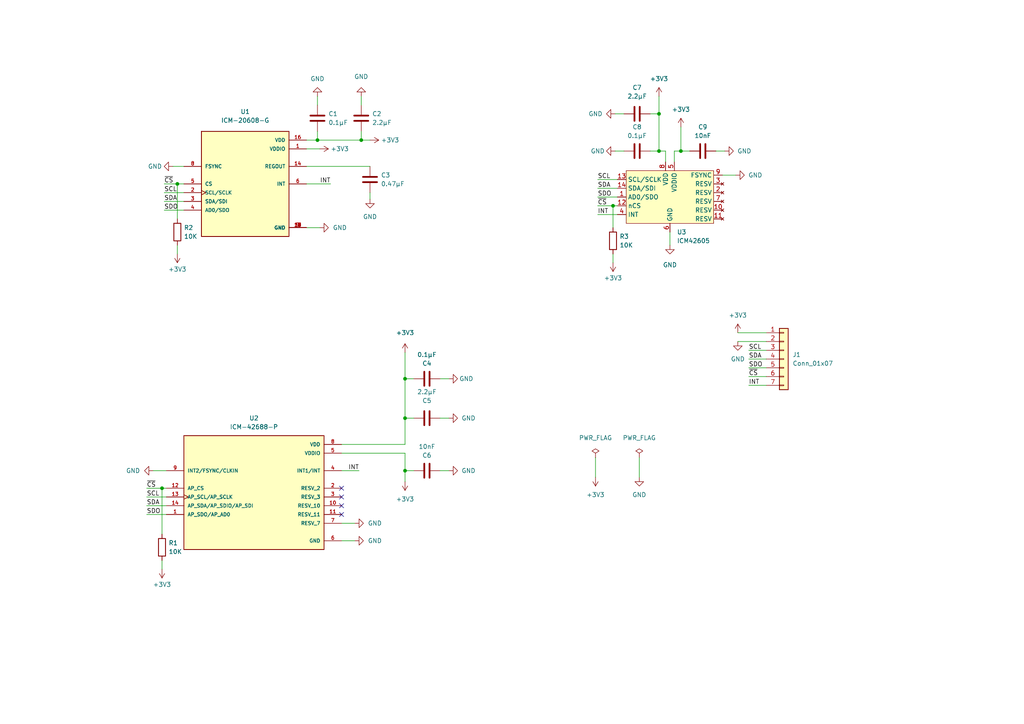
<source format=kicad_sch>
(kicad_sch (version 20211123) (generator eeschema)
  (paper "A4")
  (lib_symbols
    (symbol "Connector_Generic:Conn_01x07" (pin_names (offset 1.016) hide)
      (property "Reference" "J" (at 0 10.16 0))
      (property "Value" "Conn_01x07" (at 0 -10.16 0))
      (symbol "Conn_01x07_1_1"
        (rectangle (start -1.27 -7.493) (end 0 -7.747) (stroke (width 0.1524)))
        (rectangle (start -1.27 -4.953) (end 0 -5.207) (stroke (width 0.1524)))
        (rectangle (start -1.27 -2.413) (end 0 -2.667) (stroke (width 0.1524)))
        (rectangle (start -1.27 0.127) (end 0 -0.127) (stroke (width 0.1524)))
        (rectangle (start -1.27 2.667) (end 0 2.413) (stroke (width 0.1524)))
        (rectangle (start -1.27 5.207) (end 0 4.953) (stroke (width 0.1524)))
        (rectangle (start -1.27 7.747) (end 0 7.493) (stroke (width 0.1524)))
        (rectangle (start -1.27 8.89) (end 1.27 -8.89) (stroke (width 0.254)) (fill (type background)))
        (pin passive line (at -5.08 7.62 0) (length 3.81) (name "Pin_1") (number "1"))
        (pin passive line (at -5.08 5.08 0) (length 3.81) (name "Pin_2") (number "2"))
        (pin passive line (at -5.08 2.54 0) (length 3.81) (name "Pin_3") (number "3"))
        (pin passive line (at -5.08 0 0) (length 3.81) (name "Pin_4") (number "4"))
        (pin passive line (at -5.08 -2.54 0) (length 3.81) (name "Pin_5") (number "5"))
        (pin passive line (at -5.08 -5.08 0) (length 3.81) (name "Pin_6") (number "6"))
        (pin passive line (at -5.08 -7.62 0) (length 3.81) (name "Pin_7") (number "7"))
      )
    )
    (symbol "Device:C" (pin_numbers hide) (pin_names (offset 0.254))
      (property "Reference" "C" (at 0.635 2.54 0))
      (property "Value" "C" (at 0.635 -2.54 0))
      (symbol "C_0_1"
        (polyline (pts (xy -2.032 -0.762) (xy 2.032 -0.762)) (stroke (width 0.508)))
        (polyline (pts (xy -2.032 0.762) (xy 2.032 0.762)) (stroke (width 0.508)))
      )
      (symbol "C_1_1"
        (pin passive line (at 0 3.81 270) (length 2.794) (name "~") (number "1"))
        (pin passive line (at 0 -3.81 90) (length 2.794) (name "~") (number "2"))
      )
    )
    (symbol "Device:R" (pin_numbers hide) (pin_names (offset 0))
      (property "Reference" "R" (at 2.032 0 90))
      (property "Value" "R" (at 0 0 90))
      (symbol "R_0_1"
        (rectangle (start -1.016 -2.54) (end 1.016 2.54) (stroke (width 0.254)))
      )
      (symbol "R_1_1"
        (pin passive line (at 0 3.81 270) (length 1.27) (name "~") (number "1"))
        (pin passive line (at 0 -3.81 90) (length 1.27) (name "~") (number "2"))
      )
    )
    (symbol "ICM-20608-G:ICM-20608-G" (pin_names (offset 1.016))
      (property "Reference" "U" (at -12.7 16.002 0))
      (property "Value" "ICM-20608-G" (at -12.7 -17.78 0))
      (symbol "ICM-20608-G_0_0"
        (rectangle (start -12.7 -15.24) (end 12.7 15.24) (stroke (width 0.254)) (fill (type background)))
        (pin power_in line (at 17.78 10.16 180) (length 5.08) (name "VDDIO") (number "1"))
        (pin power_in line (at 17.78 -12.7 180) (length 5.08) (name "GND") (number "10"))
        (pin power_in line (at 17.78 -12.7 180) (length 5.08) (name "GND") (number "11"))
        (pin power_in line (at 17.78 -12.7 180) (length 5.08) (name "GND") (number "12"))
        (pin power_in line (at 17.78 -12.7 180) (length 5.08) (name "GND") (number "13"))
        (pin output line (at 17.78 5.08 180) (length 5.08) (name "REGOUT") (number "14"))
        (pin power_in line (at 17.78 -12.7 180) (length 5.08) (name "GND") (number "15"))
        (pin power_in line (at 17.78 12.7 180) (length 5.08) (name "VDD") (number "16"))
        (pin input clock (at -17.78 -2.54 0) (length 5.08) (name "SCL/SCLK") (number "2"))
        (pin bidirectional line (at -17.78 -5.08 0) (length 5.08) (name "SDA/SDI") (number "3"))
        (pin bidirectional line (at -17.78 -7.62 0) (length 5.08) (name "AD0/SDO") (number "4"))
        (pin input line (at -17.78 0 0) (length 5.08) (name "CS") (number "5"))
        (pin output line (at 17.78 0 180) (length 5.08) (name "INT") (number "6"))
        (pin input line (at -17.78 5.08 0) (length 5.08) (name "FSYNC") (number "8"))
        (pin power_in line (at 17.78 -12.7 180) (length 5.08) (name "GND") (number "9"))
      )
    )
    (symbol "ICM-42605:ICM42605"
      (property "Reference" "U" (at -7.62 8.89 0))
      (property "Value" "ICM42605" (at 7.62 8.89 0))
      (symbol "ICM42605_0_1"
        (rectangle (start -12.7 7.62) (end 12.7 -7.62) (stroke (width 0.1524)) (fill (type background)))
      )
      (symbol "ICM42605_1_1"
        (pin bidirectional line (at -15.24 0 0) (length 2.54) (name "AD0/SDO") (number "1"))
        (pin no_connect line (at 15.24 -3.81 180) (length 2.54) (name "RESV") (number "10"))
        (pin no_connect line (at 15.24 -6.35 180) (length 2.54) (name "RESV") (number "11"))
        (pin input line (at -15.24 -2.54 0) (length 2.54) (name "nCS") (number "12"))
        (pin input line (at -15.24 5.08 0) (length 2.54) (name "SCL/SCLK") (number "13"))
        (pin bidirectional line (at -15.24 2.54 0) (length 2.54) (name "SDA/SDI") (number "14"))
        (pin no_connect line (at 15.24 1.27 180) (length 2.54) (name "RESV") (number "2"))
        (pin no_connect line (at 15.24 3.81 180) (length 2.54) (name "RESV") (number "3"))
        (pin output line (at -15.24 -5.08 0) (length 2.54) (name "INT") (number "4"))
        (pin power_in line (at 1.27 10.16 270) (length 2.54) (name "VDDIO") (number "5"))
        (pin power_in line (at 0 -10.16 90) (length 2.54) (name "GND") (number "6"))
        (pin no_connect line (at 15.24 -1.27 180) (length 2.54) (name "RESV") (number "7"))
        (pin power_in line (at -1.27 10.16 270) (length 2.54) (name "VDD") (number "8"))
        (pin passive line (at 15.24 6.35 180) (length 2.54) (name "FSYNC") (number "9"))
      )
    )
    (symbol "ICM-42688-P:ICM-42688-P" (pin_names (offset 1.016))
      (property "Reference" "U" (at -20.32 16.002 0))
      (property "Value" "ICM-42688-P" (at -20.32 -20.32 0))
      (symbol "ICM-42688-P_0_0"
        (rectangle (start -20.32 -17.78) (end 20.32 15.24) (stroke (width 0.254)) (fill (type background)))
        (pin bidirectional line (at -25.4 -7.62 0) (length 5.08) (name "AP_SDO/AP_AD0") (number "1"))
        (pin passive line (at 25.4 -5.08 180) (length 5.08) (name "RESV_10") (number "10"))
        (pin passive line (at 25.4 -7.62 180) (length 5.08) (name "RESV_11") (number "11"))
        (pin input line (at -25.4 0 0) (length 5.08) (name "AP_CS") (number "12"))
        (pin input clock (at -25.4 -2.54 0) (length 5.08) (name "AP_SCL/AP_SCLK") (number "13"))
        (pin bidirectional line (at -25.4 -5.08 0) (length 5.08) (name "AP_SDA/AP_SDIO/AP_SDI") (number "14"))
        (pin passive line (at 25.4 0 180) (length 5.08) (name "RESV_2") (number "2"))
        (pin passive line (at 25.4 -2.54 180) (length 5.08) (name "RESV_3") (number "3"))
        (pin output line (at 25.4 5.08 180) (length 5.08) (name "INT1/INT") (number "4"))
        (pin power_in line (at 25.4 10.16 180) (length 5.08) (name "VDDIO") (number "5"))
        (pin power_in line (at 25.4 -15.24 180) (length 5.08) (name "GND") (number "6"))
        (pin passive line (at 25.4 -10.16 180) (length 5.08) (name "RESV_7") (number "7"))
        (pin power_in line (at 25.4 12.7 180) (length 5.08) (name "VDD") (number "8"))
        (pin bidirectional line (at -25.4 5.08 0) (length 5.08) (name "INT2/FSYNC/CLKIN") (number "9"))
      )
    )
    (symbol "power:+3V3" (power) (pin_names (offset 0))
      (property "Value" "+3V3" (at 0 3.556 0))
      (symbol "+3V3_0_1"
        (polyline (pts (xy -0.762 1.27) (xy 0 2.54)))
        (polyline (pts (xy 0 0) (xy 0 2.54)))
        (polyline (pts (xy 0 2.54) (xy 0.762 1.27)))
      )
      (symbol "+3V3_1_1"
        (pin power_in line (at 0 0 90) (length 0) hide (name "+3V3") (number "1"))
      )
    )
    (symbol "power:GND" (power) (pin_names (offset 0))
      (property "Value" "GND" (at 0 -3.81 0))
      (symbol "GND_0_1"
        (polyline (pts (xy 0 0) (xy 0 -1.27) (xy 1.27 -1.27) (xy 0 -2.54) (xy -1.27 -1.27) (xy 0 -1.27)))
      )
      (symbol "GND_1_1"
        (pin power_in line (at 0 0 270) (length 0) hide (name "GND") (number "1"))
      )
    )
    (symbol "power:PWR_FLAG" (power) (pin_numbers hide) (pin_names (offset 0) hide)
      (property "Value" "PWR_FLAG" (at 0 3.81 0))
      (symbol "PWR_FLAG_0_0"
        (pin power_out line (at 0 0 90) (length 0) (name "pwr") (number "1"))
      )
      (symbol "PWR_FLAG_0_1"
        (polyline (pts (xy 0 0) (xy 0 1.27) (xy -1.016 1.905) (xy 0 2.54) (xy 1.016 1.905) (xy 0 1.27)))
      )
    )
  )
  (junction (at 92.075 40.64))
  (junction (at 191.135 33.02))
  (junction (at 191.135 43.815))
  (junction (at 51.435 53.34))
  (junction (at 46.99 141.605))
  (junction (at 104.775 40.64))
  (junction (at 117.475 136.525))
  (junction (at 117.475 121.285))
  (junction (at 117.475 109.855))
  (junction (at 177.8 59.69))
  (junction (at 197.485 43.815))
  (no_connect (at 99.06 144.145))
  (no_connect (at 99.06 141.605))
  (no_connect (at 99.06 149.225))
  (no_connect (at 99.06 146.685))
  (wire (pts (xy 177.8 73.66) (xy 177.8 76.2)))
  (wire (pts (xy 209.55 50.8) (xy 213.36 50.8)))
  (wire (pts (xy 99.06 156.845) (xy 102.87 156.845)))
  (wire (pts (xy 44.45 136.525) (xy 48.26 136.525)))
  (wire (pts (xy 191.135 27.94) (xy 191.135 33.02)))
  (wire (pts (xy 47.625 58.42) (xy 53.34 58.42)))
  (wire (pts (xy 42.545 146.685) (xy 48.26 146.685)))
  (wire (pts (xy 99.06 136.525) (xy 104.14 136.525)))
  (wire (pts (xy 117.475 131.445) (xy 117.475 136.525)))
  (wire (pts (xy 130.175 109.855) (xy 127.635 109.855)))
  (wire (pts (xy 173.355 54.61) (xy 179.07 54.61)))
  (wire (pts (xy 47.625 53.34) (xy 51.435 53.34)))
  (wire (pts (xy 104.775 38.1) (xy 104.775 40.64)))
  (wire (pts (xy 172.72 132.715) (xy 172.72 138.43)))
  (wire (pts (xy 210.185 43.815) (xy 207.645 43.815)))
  (wire (pts (xy 117.475 121.285) (xy 117.475 128.905)))
  (wire (pts (xy 50.165 48.26) (xy 53.34 48.26)))
  (wire (pts (xy 120.015 109.855) (xy 117.475 109.855)))
  (wire (pts (xy 104.775 40.64) (xy 107.315 40.64)))
  (wire (pts (xy 47.625 60.96) (xy 53.34 60.96)))
  (wire (pts (xy 213.995 99.06) (xy 222.25 99.06)))
  (wire (pts (xy 42.545 149.225) (xy 48.26 149.225)))
  (wire (pts (xy 130.175 136.525) (xy 127.635 136.525)))
  (wire (pts (xy 104.775 27.94) (xy 104.775 30.48)))
  (wire (pts (xy 197.485 36.83) (xy 197.485 43.815)))
  (wire (pts (xy 88.9 53.34) (xy 95.885 53.34)))
  (wire (pts (xy 107.315 55.88) (xy 107.315 57.785)))
  (wire (pts (xy 117.475 102.235) (xy 117.475 109.855)))
  (wire (pts (xy 217.17 111.76) (xy 222.25 111.76)))
  (wire (pts (xy 47.625 55.88) (xy 53.34 55.88)))
  (wire (pts (xy 188.595 33.02) (xy 191.135 33.02)))
  (wire (pts (xy 88.9 43.18) (xy 92.71 43.18)))
  (wire (pts (xy 117.475 109.855) (xy 117.475 121.285)))
  (wire (pts (xy 51.435 71.12) (xy 51.435 73.66)))
  (wire (pts (xy 130.175 121.285) (xy 127.635 121.285)))
  (wire (pts (xy 193.04 43.815) (xy 193.04 46.99)))
  (wire (pts (xy 92.075 27.94) (xy 92.075 30.48)))
  (wire (pts (xy 177.8 59.69) (xy 177.8 66.04)))
  (wire (pts (xy 99.06 131.445) (xy 117.475 131.445)))
  (wire (pts (xy 42.545 141.605) (xy 46.99 141.605)))
  (wire (pts (xy 191.135 33.02) (xy 191.135 43.815)))
  (wire (pts (xy 51.435 63.5) (xy 51.435 53.34)))
  (wire (pts (xy 173.355 57.15) (xy 179.07 57.15)))
  (wire (pts (xy 173.355 62.23) (xy 179.07 62.23)))
  (wire (pts (xy 120.015 121.285) (xy 117.475 121.285)))
  (wire (pts (xy 188.595 43.815) (xy 191.135 43.815)))
  (wire (pts (xy 191.135 43.815) (xy 193.04 43.815)))
  (wire (pts (xy 195.58 46.99) (xy 195.58 43.815)))
  (wire (pts (xy 46.99 141.605) (xy 48.26 141.605)))
  (wire (pts (xy 173.355 59.69) (xy 177.8 59.69)))
  (wire (pts (xy 173.355 52.07) (xy 179.07 52.07)))
  (wire (pts (xy 185.42 132.715) (xy 185.42 138.43)))
  (wire (pts (xy 117.475 136.525) (xy 117.475 139.7)))
  (wire (pts (xy 195.58 43.815) (xy 197.485 43.815)))
  (wire (pts (xy 99.06 151.765) (xy 102.87 151.765)))
  (wire (pts (xy 178.435 43.815) (xy 180.975 43.815)))
  (wire (pts (xy 42.545 144.145) (xy 48.26 144.145)))
  (wire (pts (xy 197.485 43.815) (xy 200.025 43.815)))
  (wire (pts (xy 88.9 66.04) (xy 92.71 66.04)))
  (wire (pts (xy 117.475 136.525) (xy 120.015 136.525)))
  (wire (pts (xy 88.9 48.26) (xy 107.315 48.26)))
  (wire (pts (xy 51.435 53.34) (xy 53.34 53.34)))
  (wire (pts (xy 88.9 40.64) (xy 92.075 40.64)))
  (wire (pts (xy 92.075 38.1) (xy 92.075 40.64)))
  (wire (pts (xy 217.17 106.68) (xy 222.25 106.68)))
  (wire (pts (xy 217.17 101.6) (xy 222.25 101.6)))
  (wire (pts (xy 213.995 96.52) (xy 222.25 96.52)))
  (wire (pts (xy 217.17 109.22) (xy 222.25 109.22)))
  (wire (pts (xy 194.31 67.31) (xy 194.31 71.12)))
  (wire (pts (xy 92.075 40.64) (xy 104.775 40.64)))
  (wire (pts (xy 177.8 59.69) (xy 179.07 59.69)))
  (wire (pts (xy 217.17 104.14) (xy 222.25 104.14)))
  (wire (pts (xy 46.99 141.605) (xy 46.99 154.94)))
  (wire (pts (xy 46.99 162.56) (xy 46.99 165.1)))
  (wire (pts (xy 99.06 128.905) (xy 117.475 128.905)))
  (wire (pts (xy 178.435 33.02) (xy 180.975 33.02)))
  (label "INT" (at 104.14 136.525 180))
  (label "SDO" (at 217.17 106.68 0))
  (label "~{CS}" (at 173.355 59.69 0))
  (label "SDO" (at 42.545 149.225 0))
  (label "SDA" (at 42.545 146.685 0))
  (label "SCL" (at 173.355 52.07 0))
  (label "SCL" (at 217.17 101.6 0))
  (label "SDA" (at 47.625 58.42 0))
  (label "SDA" (at 173.355 54.61 0))
  (label "SCL" (at 42.545 144.145 0))
  (label "INT" (at 217.17 111.76 0))
  (label "SDA" (at 217.17 104.14 0))
  (label "INT" (at 173.355 62.23 0))
  (label "INT" (at 95.885 53.34 180))
  (label "~{CS}" (at 47.625 53.34 0))
  (label "SDO" (at 47.625 60.96 0))
  (label "SDO" (at 173.355 57.15 0))
  (label "~{CS}" (at 42.545 141.605 0))
  (label "SCL" (at 47.625 55.88 0))
  (label "~{CS}" (at 217.17 109.22 0))
  (symbol (lib_id "power:GND") (at 130.175 136.525 90) (unit 1)
    (property "Reference" "#PWR016" (effects hide))
    (property "Value" "GND" (at 135.89 136.525 90))
  )
  (symbol (lib_id "Device:R") (at 177.8 69.85 0) (unit 1)
    (property "Reference" "R3" (at 179.705 68.5799 0) (effects (justify left)))
    (property "Value" "10K" (at 179.705 71.1199 0) (effects (justify left)))
    (property "Footprint" "Resistor_SMD:R_0603_1608Metric" (effects hide))
  )
  (symbol (lib_id "power:+3V3") (at 117.475 139.7 180) (unit 1)
    (property "Reference" "#PWR013" (effects hide))
    (property "Value" "+3V3" (at 117.475 144.78 0))
  )
  (symbol (lib_id "power:PWR_FLAG") (at 185.42 132.715 0) (unit 1)
    (property "Reference" "#FLG03" (effects hide))
    (property "Value" "PWR_FLAG" (at 185.42 127 0))
  )
  (symbol (lib_id "power:+3V3") (at 213.995 96.52 0) (unit 1)
    (property "Reference" "#PWR027" (effects hide))
    (property "Value" "+3V3" (at 213.995 91.44 0))
  )
  (symbol (lib_id "Device:R") (at 51.435 67.31 0) (unit 1)
    (property "Reference" "R2" (at 53.34 66.0399 0) (effects (justify left)))
    (property "Value" "10K" (at 53.34 68.5799 0) (effects (justify left)))
    (property "Footprint" "Resistor_SMD:R_0603_1608Metric" (effects hide))
  )
  (symbol (lib_id "power:+3V3") (at 117.475 102.235 0) (unit 1)
    (property "Reference" "#PWR012" (effects hide))
    (property "Value" "+3V3" (at 117.475 96.52 0))
  )
  (symbol (lib_id "power:GND") (at 92.075 27.94 180) (unit 1)
    (property "Reference" "#PWR05" (effects hide))
    (property "Value" "GND" (at 92.075 22.86 0))
  )
  (symbol (lib_id "power:+3V3") (at 197.485 36.83 0) (unit 1)
    (property "Reference" "#PWR024" (effects hide))
    (property "Value" "+3V3" (at 197.485 31.75 0))
  )
  (symbol (lib_id "power:+3V3") (at 172.72 138.43 180) (unit 1)
    (property "Reference" "#PWR017" (effects hide))
    (property "Value" "+3V3" (at 172.72 143.51 0))
  )
  (symbol (lib_id "Device:C") (at 104.775 34.29 0) (unit 1)
    (property "Reference" "C2" (at 107.95 33.0199 0) (effects (justify left)))
    (property "Value" "2.2µF" (at 107.95 35.5599 0) (effects (justify left)))
    (property "Footprint" "Capacitor_SMD:C_0603_1608Metric" (effects hide))
  )
  (symbol (lib_id "power:+3V3") (at 92.71 43.18 270) (unit 1)
    (property "Reference" "#PWR06" (effects hide))
    (property "Value" "+3V3" (at 95.885 43.1799 90) (effects (justify left)))
  )
  (symbol (lib_id "power:GND") (at 213.995 99.06 0) (unit 1)
    (property "Reference" "#PWR028" (effects hide))
    (property "Value" "GND" (at 213.995 104.14 0))
  )
  (symbol (lib_id "power:+3V3") (at 51.435 73.66 180) (unit 1)
    (property "Reference" "#PWR04" (effects hide))
    (property "Value" "+3V3" (at 51.435 78.105 0))
  )
  (symbol (lib_id "power:GND") (at 92.71 66.04 90) (unit 1)
    (property "Reference" "#PWR0101" (effects hide))
    (property "Value" "GND" (at 96.52 66.0399 90) (effects (justify right)))
  )
  (symbol (lib_id "power:PWR_FLAG") (at 172.72 132.715 0) (unit 1)
    (property "Reference" "#FLG01" (effects hide))
    (property "Value" "PWR_FLAG" (at 172.72 127 0))
  )
  (symbol (lib_id "power:GND") (at 102.87 156.845 90) (unit 1)
    (property "Reference" "#PWR08" (effects hide))
    (property "Value" "GND" (at 106.68 156.8449 90) (effects (justify right)))
  )
  (symbol (lib_id "power:+3V3") (at 107.315 40.64 270) (unit 1)
    (property "Reference" "#PWR010" (effects hide))
    (property "Value" "+3V3" (at 110.49 40.6399 90) (effects (justify left)))
  )
  (symbol (lib_id "Connector_Generic:Conn_01x07") (at 227.33 104.14 0) (unit 1)
    (property "Reference" "J1" (at 229.87 102.8699 0) (effects (justify left)))
    (property "Value" "Conn_01x07" (at 229.87 105.4099 0) (effects (justify left)))
    (property "Footprint" "Connector_PinHeader_2.54mm:PinHeader_1x07_P2.54mm_Vertical" (effects hide))
  )
  (symbol (lib_id "power:GND") (at 50.165 48.26 270) (unit 1)
    (property "Reference" "#PWR03" (effects hide))
    (property "Value" "GND" (at 46.99 48.2599 90) (effects (justify right)))
  )
  (symbol (lib_id "Device:C") (at 123.825 121.285 270) (unit 1)
    (property "Reference" "C5" (at 123.825 116.205 90))
    (property "Value" "2.2µF" (at 123.825 113.665 90))
    (property "Footprint" "Capacitor_SMD:C_0603_1608Metric" (effects hide))
  )
  (symbol (lib_id "Device:C") (at 184.785 43.815 270) (unit 1)
    (property "Reference" "C8" (at 184.785 36.83 90))
    (property "Value" "0.1µF" (at 184.785 39.37 90))
    (property "Footprint" "Capacitor_SMD:C_0603_1608Metric" (effects hide))
  )
  (symbol (lib_id "Device:C") (at 123.825 136.525 90) (unit 1)
    (property "Reference" "C6" (at 123.825 132.08 90))
    (property "Value" "10nF" (at 123.825 129.54 90))
    (property "Footprint" "Capacitor_SMD:C_0603_1608Metric" (effects hide))
  )
  (symbol (lib_id "power:GND") (at 210.185 43.815 90) (unit 1)
    (property "Reference" "#PWR025" (effects hide))
    (property "Value" "GND" (at 215.9 43.815 90))
  )
  (symbol (lib_id "power:GND") (at 213.36 50.8 90) (unit 1)
    (property "Reference" "#PWR026" (effects hide))
    (property "Value" "GND" (at 219.075 50.8 90))
  )
  (symbol (lib_id "power:GND") (at 130.175 109.855 90) (unit 1)
    (property "Reference" "#PWR014" (effects hide))
    (property "Value" "GND" (at 135.255 109.855 90))
  )
  (symbol (lib_id "ICM-20608-G:ICM-20608-G") (at 71.12 53.34 0) (unit 1)
    (property "Reference" "U1" (at 71.12 32.385 0))
    (property "Value" "ICM-20608-G" (at 71.12 34.925 0))
    (property "Footprint" "icm20608:PQFN50P300X300X80-16N" (effects hide))
    (property "MANUFACTURER" "TDK" (effects hide))
    (property "STANDARD" "IPC-7351B" (effects hide))
    (property "PARTREV" "1.0" (effects hide))
  )
  (symbol (lib_id "Device:R") (at 46.99 158.75 0) (unit 1)
    (property "Reference" "R1" (at 48.895 157.4799 0) (effects (justify left)))
    (property "Value" "10K" (at 48.895 160.0199 0) (effects (justify left)))
    (property "Footprint" "Resistor_SMD:R_0603_1608Metric" (effects hide))
  )
  (symbol (lib_id "power:GND") (at 102.87 151.765 90) (unit 1)
    (property "Reference" "#PWR07" (effects hide))
    (property "Value" "GND" (at 106.68 151.7649 90) (effects (justify right)))
  )
  (symbol (lib_id "Device:C") (at 123.825 109.855 270) (unit 1)
    (property "Reference" "C4" (at 123.825 105.41 90))
    (property "Value" "0.1µF" (at 123.825 102.87 90))
    (property "Footprint" "Capacitor_SMD:C_0603_1608Metric" (effects hide))
  )
  (symbol (lib_id "power:GND") (at 107.315 57.785 0) (unit 1)
    (property "Reference" "#PWR011" (effects hide))
    (property "Value" "GND" (at 107.315 62.865 0))
  )
  (symbol (lib_id "ICM-42688-P:ICM-42688-P") (at 73.66 141.605 0) (unit 1)
    (property "Reference" "U2" (at 73.66 121.285 0))
    (property "Value" "ICM-42688-P" (at 73.66 123.825 0))
    (property "Footprint" "icm42688p:PQFN50P300X250X97-14N" (effects hide))
    (property "STANDARD" "IPC-7351B" (effects hide))
    (property "MAXIMUM_PACKAGE_HEIGHT" "0.97mm" (effects hide))
    (property "MANUFACTURER" "TDK InvenSense" (effects hide))
    (property "PARTREV" "1.2" (effects hide))
  )
  (symbol (lib_id "power:GND") (at 194.31 71.12 0) (unit 1)
    (property "Reference" "#PWR023" (effects hide))
    (property "Value" "GND" (at 194.31 76.835 0))
  )
  (symbol (lib_id "power:GND") (at 178.435 33.02 270) (unit 1)
    (property "Reference" "#PWR019" (effects hide))
    (property "Value" "GND" (at 172.72 33.02 90))
  )
  (symbol (lib_id "Device:C") (at 107.315 52.07 180) (unit 1)
    (property "Reference" "C3" (at 110.49 50.7999 0) (effects (justify right)))
    (property "Value" "0.47µF" (at 110.49 53.3399 0) (effects (justify right)))
    (property "Footprint" "Capacitor_SMD:C_0603_1608Metric" (effects hide))
  )
  (symbol (lib_id "power:+3V3") (at 46.99 165.1 180) (unit 1)
    (property "Reference" "#PWR02" (effects hide))
    (property "Value" "+3V3" (at 46.99 169.545 0))
  )
  (symbol (lib_id "power:GND") (at 185.42 138.43 0) (unit 1)
    (property "Reference" "#PWR021" (effects hide))
    (property "Value" "GND" (at 185.42 143.51 0))
  )
  (symbol (lib_id "power:GND") (at 44.45 136.525 270) (unit 1)
    (property "Reference" "#PWR01" (effects hide))
    (property "Value" "GND" (at 40.64 136.5249 90) (effects (justify right)))
  )
  (symbol (lib_id "Device:C") (at 92.075 34.29 0) (unit 1)
    (property "Reference" "C1" (at 95.25 33.0199 0) (effects (justify left)))
    (property "Value" "0.1µF" (at 95.25 35.5599 0) (effects (justify left)))
    (property "Footprint" "Capacitor_SMD:C_0603_1608Metric" (effects hide))
  )
  (symbol (lib_id "Device:C") (at 184.785 33.02 270) (unit 1)
    (property "Reference" "C7" (at 184.785 25.4 90))
    (property "Value" "2.2µF" (at 184.785 27.94 90))
    (property "Footprint" "Capacitor_SMD:C_0603_1608Metric" (effects hide))
  )
  (symbol (lib_id "power:+3V3") (at 177.8 76.2 180) (unit 1)
    (property "Reference" "#PWR018" (effects hide))
    (property "Value" "+3V3" (at 177.8 80.645 0))
  )
  (symbol (lib_id "power:+3V3") (at 191.135 27.94 0) (unit 1)
    (property "Reference" "#PWR022" (effects hide))
    (property "Value" "+3V3" (at 191.135 22.86 0))
  )
  (symbol (lib_id "ICM-42605:ICM42605") (at 194.31 57.15 0) (unit 1)
    (property "Reference" "U3" (at 196.3294 67.31 0) (effects (justify left)))
    (property "Value" "ICM42605" (at 196.3294 69.85 0) (effects (justify left)))
    (property "Footprint" "Package_LGA:LGA-14_3x2.5mm_P0.5mm_LayoutBorder3x4y" (effects hide))
  )
  (symbol (lib_id "power:GND") (at 130.175 121.285 90) (unit 1)
    (property "Reference" "#PWR015" (effects hide))
    (property "Value" "GND" (at 135.89 121.285 90))
  )
  (symbol (lib_id "power:GND") (at 178.435 43.815 270) (unit 1)
    (property "Reference" "#PWR020" (effects hide))
    (property "Value" "GND" (at 173.355 43.815 90))
  )
  (symbol (lib_id "Device:C") (at 203.835 43.815 90) (unit 1)
    (property "Reference" "C9" (at 203.835 36.83 90))
    (property "Value" "10nF" (at 203.835 39.37 90))
    (property "Footprint" "Capacitor_SMD:C_0603_1608Metric" (effects hide))
  )
  (symbol (lib_id "power:GND") (at 104.775 27.94 180) (unit 1)
    (property "Reference" "#PWR09" (effects hide))
    (property "Value" "GND" (at 104.775 22.225 0))
  )
)
</source>
